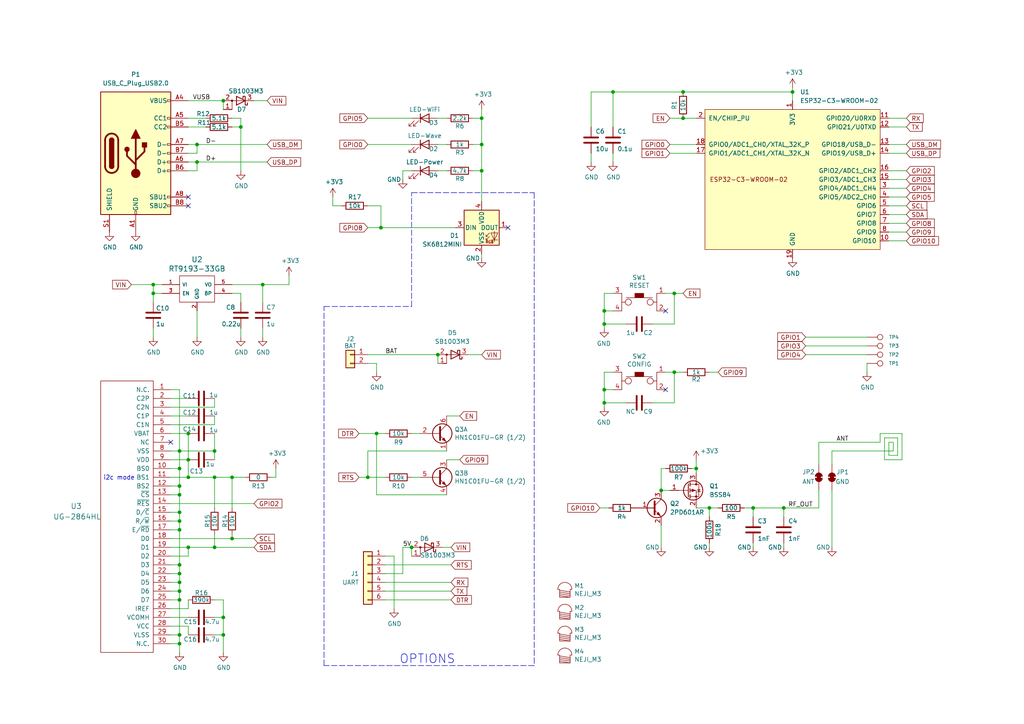
<source format=kicad_sch>
(kicad_sch (version 20231120) (generator "eeschema") (generator_version "8.0")
  (paper "A4")
  (title_block (title "JJY Simulator") (date "2025-08-03") (rev "AB") (company "しゃちらぼ"))
  (lib_symbols
    (symbol "Connector:USB_C_Receptacle_USB2.0_16P" (pin_names (offset 1.016))
      (property "Reference" "J" (at 0 22.225 0))
      (property "Value" "USB_C_Receptacle_USB2.0_16P" (at 0 19.685 0))
      (symbol "USB_C_Receptacle_USB2.0_16P_1_1"
        (pin passive line (at 0 -22.86 90) (length 5.08) (name "GND") (number "A1"))
        (pin passive line (at 0 -22.86 90) (length 5.08) hide (name "GND") (number "A12"))
        (pin passive line (at 15.24 15.24 180) (length 5.08) (name "VBUS") (number "A4"))
        (pin bidirectional line (at 15.24 10.16 180) (length 5.08) (name "CC1") (number "A5"))
        (pin bidirectional line (at 15.24 -2.54 180) (length 5.08) (name "D+") (number "A6"))
        (pin bidirectional line (at 15.24 2.54 180) (length 5.08) (name "D-") (number "A7"))
        (pin bidirectional line (at 15.24 -12.7 180) (length 5.08) (name "SBU1") (number "A8"))
        (pin passive line (at 15.24 15.24 180) (length 5.08) hide (name "VBUS") (number "A9"))
        (pin passive line (at 0 -22.86 90) (length 5.08) hide (name "GND") (number "B1"))
        (pin passive line (at 0 -22.86 90) (length 5.08) hide (name "GND") (number "B12"))
        (pin passive line (at 15.24 15.24 180) (length 5.08) hide (name "VBUS") (number "B4"))
        (pin bidirectional line (at 15.24 7.62 180) (length 5.08) (name "CC2") (number "B5"))
        (pin bidirectional line (at 15.24 -5.08 180) (length 5.08) (name "D+") (number "B6"))
        (pin bidirectional line (at 15.24 0 180) (length 5.08) (name "D-") (number "B7"))
        (pin bidirectional line (at 15.24 -15.24 180) (length 5.08) (name "SBU2") (number "B8"))
        (pin passive line (at 15.24 15.24 180) (length 5.08) hide (name "VBUS") (number "B9"))
        (pin passive line (at -7.62 -22.86 90) (length 5.08) (name "SHIELD") (number "S1"))
      )
    )
    (symbol "Connector_Generic:Conn_01x02" (pin_names (offset 1.016) hide)
      (property "Reference" "J" (at 0 2.54 0))
      (property "Value" "Conn_01x02" (at 0 -5.08 0))
      (symbol "Conn_01x02_1_1"
        (pin passive line (at -5.08 0 0) (length 3.81) (name "Pin_1") (number "1"))
        (pin passive line (at -5.08 -2.54 0) (length 3.81) (name "Pin_2") (number "2"))
      )
    )
    (symbol "Connector_Generic:Conn_01x06" (pin_names (offset 1.016) hide)
      (property "Reference" "J" (at 0 7.62 0))
      (property "Value" "Conn_01x06" (at 0 -10.16 0))
      (symbol "Conn_01x06_1_1"
        (pin passive line (at -5.08 5.08 0) (length 3.81) (name "Pin_1") (number "1"))
        (pin passive line (at -5.08 2.54 0) (length 3.81) (name "Pin_2") (number "2"))
        (pin passive line (at -5.08 0 0) (length 3.81) (name "Pin_3") (number "3"))
        (pin passive line (at -5.08 -2.54 0) (length 3.81) (name "Pin_4") (number "4"))
        (pin passive line (at -5.08 -5.08 0) (length 3.81) (name "Pin_5") (number "5"))
        (pin passive line (at -5.08 -7.62 0) (length 3.81) (name "Pin_6") (number "6"))
      )
    )
    (symbol "Device:C" (pin_numbers hide) (pin_names (offset 0.254))
      (property "Reference" "C" (at 0.635 2.54 0))
      (property "Value" "C" (at 0.635 -2.54 0))
      (symbol "C_1_1"
        (pin passive line (at 0 3.81 270) (length 2.794) (name "~") (number "1"))
        (pin passive line (at 0 -3.81 90) (length 2.794) (name "~") (number "2"))
      )
    )
    (symbol "Device:D_Schottky_AAK" (pin_names (offset 0) hide)
      (property "Reference" "D" (at 0 2.54 0))
      (property "Value" "D_Schottky_AAK" (at 0 -2.54 0))
      (symbol "D_Schottky_AAK_1_1"
        (pin passive line (at 5.08 2.54 180) (length 2.54) (name "A") (number "1"))
        (pin passive line (at 5.08 0 180) (length 2.54) (name "A") (number "2"))
        (pin passive line (at -3.81 0 0) (length 2.54) (name "K") (number "3"))
      )
    )
    (symbol "Device:LED" (pin_numbers hide) (pin_names (offset 1.016) hide)
      (property "Reference" "D" (at 0 2.54 0))
      (property "Value" "LED" (at 0 -2.54 0))
      (symbol "LED_1_1"
        (pin passive line (at -3.81 0 0) (length 2.54) (name "K") (number "1"))
        (pin passive line (at 3.81 0 180) (length 2.54) (name "A") (number "2"))
      )
    )
    (symbol "Device:Q_NPN_BEC" (pin_names (offset 0) hide)
      (property "Reference" "Q" (at 5.08 1.27 0))
      (property "Value" "Q_NPN_BEC" (at 5.08 -1.27 0))
      (symbol "Q_NPN_BEC_1_1"
        (pin input line (at -5.08 0 0) (length 5.715) (name "B") (number "1"))
        (pin passive line (at 2.54 -5.08 90) (length 2.54) (name "E") (number "2"))
        (pin passive line (at 2.54 5.08 270) (length 2.54) (name "C") (number "3"))
      )
    )
    (symbol "Device:R" (pin_numbers hide) (pin_names (offset 0))
      (property "Reference" "R" (at 2.032 0 90))
      (property "Value" "R" (at 0 0 90))
      (symbol "R_1_1"
        (pin passive line (at 0 3.81 270) (length 1.27) (name "~") (number "1"))
        (pin passive line (at 0 -3.81 90) (length 1.27) (name "~") (number "2"))
      )
    )
    (symbol "Espressif:ESP32-C3-WROOM-02" (pin_names (offset 1.016))
      (property "Reference" "U" (at -25.4 25.4 0))
      (property "Value" "ESP32-C3-WROOM-02" (at -25.4 22.86 0))
      (symbol "ESP32-C3-WROOM-02_0_0"
        (text "ESP32-C3-WROOM-02" (at -12.7 0 0) (effects (font (size 1.27 1.27))))
      )
      (symbol "ESP32-C3-WROOM-02_1_1"
        (pin power_in line (at 0 22.86 270) (length 2.54) (name "3V3") (number "1"))
        (pin bidirectional line (at 27.94 -17.78 180) (length 2.54) (name "GPIO10") (number "10"))
        (pin bidirectional line (at 27.94 17.78 180) (length 2.54) (name "GPIO20/U0RXD") (number "11"))
        (pin bidirectional line (at 27.94 15.24 180) (length 2.54) (name "GPIO21/U0TXD") (number "12"))
        (pin bidirectional line (at 27.94 10.16 180) (length 2.54) (name "GPIO18/USB_D-") (number "13"))
        (pin bidirectional line (at 27.94 7.62 180) (length 2.54) (name "GPIO19/USB_D+") (number "14"))
        (pin bidirectional line (at 27.94 0 180) (length 2.54) (name "GPIO3/ADC1_CH3") (number "15"))
        (pin bidirectional line (at 27.94 2.54 180) (length 2.54) (name "GPIO2/ADC1_CH2") (number "16"))
        (pin bidirectional line (at -27.94 7.62 0) (length 2.54) (name "GPIO1/ADC1_CH1/XTAL_32K_N") (number "17"))
        (pin bidirectional line (at -27.94 10.16 0) (length 2.54) (name "GPIO0/ADC1_CH0/XTAL_32K_P") (number "18"))
        (pin power_in line (at 0 -22.86 90) (length 2.54) (name "GND") (number "19"))
        (pin input line (at -27.94 17.78 0) (length 2.54) (name "EN/CHIP_PU") (number "2"))
        (pin bidirectional line (at 27.94 -2.54 180) (length 2.54) (name "GPIO4/ADC1_CH4") (number "3"))
        (pin bidirectional line (at 27.94 -5.08 180) (length 2.54) (name "GPIO5/ADC2_CH0") (number "4"))
        (pin bidirectional line (at 27.94 -7.62 180) (length 2.54) (name "GPIO6") (number "5"))
        (pin bidirectional line (at 27.94 -10.16 180) (length 2.54) (name "GPIO7") (number "6"))
        (pin bidirectional line (at 27.94 -12.7 180) (length 2.54) (name "GPIO8") (number "7"))
        (pin bidirectional line (at 27.94 -15.24 180) (length 2.54) (name "GPIO9") (number "8"))
        (pin passive line (at 0 -22.86 90) (length 2.54) hide (name "GND") (number "9"))
      )
    )
    (symbol "Jumper:SolderJumper_2_Bridged" (pin_numbers hide) (pin_names (offset 0) hide) (exclude_from_sim yes) (in_bom no)
      (property "Reference" "JP" (at 0 2.032 0))
      (property "Value" "SolderJumper_2_Bridged" (at 0 -2.54 0))
      (symbol "SolderJumper_2_Bridged_1_1"
        (pin passive line (at -3.81 0 0) (length 2.54) (name "A") (number "1"))
        (pin passive line (at 3.81 0 180) (length 2.54) (name "B") (number "2"))
      )
    )
    (symbol "LED:SK6812MINI" (pin_names (offset 0.254))
      (property "Reference" "D" (at 5.08 5.715 0))
      (property "Value" "SK6812MINI" (at 1.27 -5.715 0))
      (symbol "SK6812MINI_0_0"
        (text "RGB" (at 2.286 -4.191 0) (effects (font (size 0.762 0.762))))
      )
      (symbol "SK6812MINI_1_1"
        (pin output line (at 7.62 0 180) (length 2.54) (name "DOUT") (number "1"))
        (pin power_in line (at 0 -7.62 90) (length 2.54) (name "VSS") (number "2"))
        (pin input line (at -7.62 0 0) (length 2.54) (name "DIN") (number "3"))
        (pin power_in line (at 0 7.62 270) (length 2.54) (name "VDD") (number "4"))
      )
    )
    (symbol "MY_LIB:NEJI_M3" (pin_numbers hide) (pin_names (offset 0) hide)
      (property "Reference" "M" (at 0.254 -3.048 0))
      (property "Value" "NEJI_M3" (at 0.254 -5.08 0))
    )
    (symbol "MY_LIB:RT9193-33GB" (pin_names (offset 0.762))
      (property "Reference" "U" (at 3.81 -4.9784 0))
      (property "Value" "RT9193-33GB" (at 0 5.08 0))
      (symbol "RT9193-33GB_1_1"
        (pin input line (at -10.16 1.27 0) (length 5.08) (name "VI") (number "1"))
        (pin input line (at 0 -6.35 90) (length 2.54) (name "GND") (number "2"))
        (pin input line (at -10.16 -1.27 0) (length 5.08) (name "EN") (number "3"))
        (pin passive line (at 10.16 -1.27 180) (length 5.08) (name "BP") (number "4"))
        (pin power_out line (at 10.16 1.27 180) (length 5.08) (name "VO") (number "5"))
      )
    )
    (symbol "MY_LIB:SW_PUSH2" (pin_names (offset 1.016) hide)
      (property "Reference" "SW" (at 0.381 3.683 0))
      (property "Value" "SW_PUSH2" (at 0 -2.032 0))
      (symbol "SW_PUSH2_1_1"
        (pin passive line (at -7.62 2.54 0) (length 2.54) (name "1") (number "1"))
        (pin passive line (at -7.62 -2.54 0) (length 2.54) (name "2") (number "2"))
        (pin passive line (at 7.62 2.54 180) (length 2.54) (name "3") (number "3"))
        (pin passive line (at 7.62 -2.54 180) (length 2.54) (name "4") (number "4"))
      )
    )
    (symbol "MY_LIB:TP" (pin_numbers hide) (pin_names (offset 0.762) hide)
      (property "Reference" "TP" (at 2.032 0 0))
      (symbol "TP_1_1"
        (pin passive line (at -3.81 0 0) (length 2.54) (name "1") (number "1"))
      )
    )
    (symbol "MY_LIB:UG-286HL" (pin_names (offset 1.016))
      (property "Reference" "U" (at -2.54 -13.97 0))
      (property "Value" "UG-286HL" (at -2.54 0 90))
      (symbol "UG-286HL_1_1"
        (pin passive line (at 12.7 36.83 180) (length 5.08) (name "N.C.") (number "1"))
        (pin passive line (at 12.7 13.97 180) (length 5.08) (name "BS0") (number "10"))
        (pin passive line (at 12.7 11.43 180) (length 5.08) (name "BS1") (number "11"))
        (pin passive line (at 12.7 8.89 180) (length 5.08) (name "BS2") (number "12"))
        (pin passive line (at 12.7 6.35 180) (length 5.08) (name "~{CS}") (number "13"))
        (pin passive line (at 12.7 3.81 180) (length 5.08) (name "~{RES}") (number "14"))
        (pin passive line (at 12.7 1.27 180) (length 5.08) (name "D/~{C}") (number "15"))
        (pin passive line (at 12.7 -1.27 180) (length 5.08) (name "R/~{W}") (number "16"))
        (pin passive line (at 12.7 -3.81 180) (length 5.08) (name "E/~{RD}") (number "17"))
        (pin passive line (at 12.7 -6.35 180) (length 5.08) (name "D0") (number "18"))
        (pin passive line (at 12.7 -8.89 180) (length 5.08) (name "D1") (number "19"))
        (pin passive line (at 12.7 34.29 180) (length 5.08) (name "C2P") (number "2"))
        (pin passive line (at 12.7 -11.43 180) (length 5.08) (name "D2") (number "20"))
        (pin passive line (at 12.7 -13.97 180) (length 5.08) (name "D3") (number "21"))
        (pin passive line (at 12.7 -16.51 180) (length 5.08) (name "D4") (number "22"))
        (pin passive line (at 12.7 -19.05 180) (length 5.08) (name "D5") (number "23"))
        (pin passive line (at 12.7 -21.59 180) (length 5.08) (name "D6") (number "24"))
        (pin passive line (at 12.7 -24.13 180) (length 5.08) (name "D7") (number "25"))
        (pin passive line (at 12.7 -26.67 180) (length 5.08) (name "IREF") (number "26"))
        (pin passive line (at 12.7 -29.21 180) (length 5.08) (name "VCOMH") (number "27"))
        (pin passive line (at 12.7 -31.75 180) (length 5.08) (name "VCC") (number "28"))
        (pin passive line (at 12.7 -34.29 180) (length 5.08) (name "VLSS") (number "29"))
        (pin passive line (at 12.7 31.75 180) (length 5.08) (name "C2N") (number "3"))
        (pin passive line (at 12.7 -36.83 180) (length 5.08) (name "N.C.") (number "30"))
        (pin passive line (at 12.7 29.21 180) (length 5.08) (name "C1P") (number "4"))
        (pin passive line (at 12.7 26.67 180) (length 5.08) (name "C1N") (number "5"))
        (pin passive line (at 12.7 24.13 180) (length 5.08) (name "VBAT") (number "6"))
        (pin passive line (at 12.7 21.59 180) (length 5.08) (name "NC") (number "7"))
        (pin passive line (at 12.7 19.05 180) (length 5.08) (name "VSS") (number "8"))
        (pin passive line (at 12.7 16.51 180) (length 5.08) (name "VDD") (number "9"))
      )
    )
    (symbol "Transistor_FET:BSS84" (pin_names hide)
      (property "Reference" "Q" (at 5.08 1.905 0))
      (property "Value" "BSS84" (at 5.08 0 0))
      (symbol "BSS84_1_1"
        (pin input line (at -5.08 0 0) (length 2.54) (name "G") (number "1"))
        (pin passive line (at 2.54 -5.08 90) (length 2.54) (name "S") (number "2"))
        (pin passive line (at 2.54 5.08 270) (length 2.54) (name "D") (number "3"))
      )
    )
    (symbol "esp32_JJY_sim-rescue:+3.3V-power" (power) (pin_names (offset 0))
      (property "Value" "power_+3.3V" (at 0 3.556 0))
      (symbol "+3.3V-power_1_1"
        (pin power_in line (at 0 0 90) (length 0) hide (name "+3V3") (number "1"))
      )
    )
    (symbol "esp32_JJY_sim-rescue:GND-power" (power) (pin_names (offset 0))
      (property "Value" "power_GND" (at 0 -3.81 0))
      (symbol "GND-power_1_1"
        (pin power_in line (at 0 0 270) (length 0) hide (name "GND") (number "1"))
      )
    )
    (symbol "esp32_JJY_sim-rescue:Q_DUAL_NPN_NPN_E1B1C2E2B2C1-Device" (pin_names (offset 0) hide)
      (property "Reference" "Q" (at 5.08 1.27 0))
      (property "Value" "Device_Q_DUAL_NPN_NPN_E1B1C2E2B2C1" (at 5.08 -1.27 0))
      (symbol "Q_DUAL_NPN_NPN_E1B1C2E2B2C1-Device_1_1"
        (pin passive line (at 2.54 -5.08 90) (length 2.54) (name "E1") (number "1"))
        (pin input line (at -5.08 0 0) (length 2.54) (name "B1") (number "2"))
        (pin passive line (at 2.54 5.08 270) (length 2.54) (name "C1") (number "6"))
      )
      (symbol "Q_DUAL_NPN_NPN_E1B1C2E2B2C1-Device_2_1"
        (pin passive line (at 2.54 5.08 270) (length 2.54) (name "C2") (number "3"))
        (pin passive line (at 2.54 -5.08 90) (length 2.54) (name "E2") (number "4"))
        (pin input line (at -5.08 0 0) (length 2.54) (name "B2") (number "5"))
      )
    )
  )
  (junction (at 177.8 26.67))
  (junction (at 57.15 46.99))
  (junction (at 139.7 49.53))
  (junction (at 52.07 166.37))
  (junction (at 201.93 135.89))
  (junction (at 175.26 93.98))
  (junction (at 52.07 186.69))
  (junction (at 52.07 130.81))
  (junction (at 54.61 133.35))
  (junction (at 67.31 138.43))
  (junction (at 64.77 29.21))
  (junction (at 227.33 147.32))
  (junction (at 52.07 153.67))
  (junction (at 52.07 163.83))
  (junction (at 52.07 173.99))
  (junction (at 175.26 116.84))
  (junction (at 205.74 147.32))
  (junction (at 195.58 85.09))
  (junction (at 62.23 138.43))
  (junction (at 218.44 147.32))
  (junction (at 64.77 179.07))
  (junction (at 198.12 34.29))
  (junction (at 191.77 142.24))
  (junction (at 52.07 171.45))
  (junction (at 54.61 138.43))
  (junction (at 76.2 82.55))
  (junction (at 54.61 125.73))
  (junction (at 44.45 82.55))
  (junction (at 139.7 41.91))
  (junction (at 139.7 34.29))
  (junction (at 52.07 148.59))
  (junction (at 52.07 151.13))
  (junction (at 109.22 125.73))
  (junction (at 54.61 158.75))
  (junction (at 198.12 26.67))
  (junction (at 44.45 85.09))
  (junction (at 229.87 26.67))
  (junction (at 52.07 168.91))
  (junction (at 52.07 143.51))
  (junction (at 52.07 140.97))
  (junction (at 57.15 41.91))
  (junction (at 62.23 130.81))
  (junction (at 52.07 135.89))
  (junction (at 67.31 156.21))
  (junction (at 127 102.87))
  (junction (at 119.38 158.75))
  (junction (at 106.68 138.43))
  (junction (at 52.07 184.15))
  (junction (at 195.58 107.95))
  (junction (at 64.77 184.15))
  (junction (at 175.26 90.17))
  (junction (at 175.26 113.03))
  (junction (at 110.49 66.04))
  (junction (at 69.85 36.83))
  (junction (at 62.23 158.75))
  (no_connect (at 193.04 113.03))
  (no_connect (at 147.32 66.04))
  (no_connect (at 54.61 59.69))
  (no_connect (at 49.53 128.27))
  (no_connect (at 54.61 57.15))
  (no_connect (at 193.04 90.17))
  (wire (pts (xy 177.8 26.67) (xy 171.45 26.67)))
  (wire (pts (xy 83.82 80.01) (xy 83.82 82.55)))
  (wire (pts (xy 67.31 138.43) (xy 67.31 147.32)))
  (wire (pts (xy 96.52 59.69) (xy 96.52 57.15)))
  (wire (pts (xy 260.35 132.08) (xy 257.81 132.08)))
  (wire (pts (xy 261.62 133.35) (xy 256.54 133.35)))
  (wire (pts (xy 237.49 142.24) (xy 237.49 147.32)))
  (wire (pts (xy 194.31 34.29) (xy 198.12 34.29)))
  (wire (pts (xy 215.9 147.32) (xy 218.44 147.32)))
  (wire (pts (xy 49.53 161.29) (xy 54.61 161.29)))
  (wire (pts (xy 227.33 157.48) (xy 227.33 158.75)))
  (wire (pts (xy 177.8 113.03) (xy 175.26 113.03)))
  (wire (pts (xy 137.16 34.29) (xy 139.7 34.29)))
  (wire (pts (xy 62.23 138.43) (xy 62.23 147.32)))
  (wire (pts (xy 49.53 133.35) (xy 54.61 133.35)))
  (wire (pts (xy 54.61 181.61) (xy 54.61 184.15)))
  (wire (pts (xy 251.46 105.41) (xy 251.46 107.95)))
  (wire (pts (xy 49.53 184.15) (xy 52.07 184.15)))
  (wire (pts (xy 54.61 138.43) (xy 62.23 138.43)))
  (wire (pts (xy 52.07 135.89) (xy 52.07 130.81)))
  (wire (pts (xy 57.15 46.99) (xy 77.47 46.99)))
  (wire (pts (xy 106.68 102.87) (xy 127 102.87)))
  (wire (pts (xy 78.74 138.43) (xy 80.01 138.43)))
  (wire (pts (xy 261.62 125.73) (xy 255.27 125.73)))
  (polyline (pts (xy 93.98 193.04) (xy 93.98 88.9)) (stroke (width 0) (type dash)))
  (wire (pts (xy 181.61 93.98) (xy 175.26 93.98)))
  (wire (pts (xy 237.49 128.27) (xy 237.49 134.62)))
  (wire (pts (xy 49.53 173.99) (xy 52.07 173.99)))
  (wire (pts (xy 257.81 52.07) (xy 262.89 52.07)))
  (wire (pts (xy 52.07 148.59) (xy 52.07 143.51)))
  (wire (pts (xy 193.04 85.09) (xy 195.58 85.09)))
  (wire (pts (xy 205.74 157.48) (xy 205.74 158.75)))
  (wire (pts (xy 99.06 59.69) (xy 96.52 59.69)))
  (wire (pts (xy 62.23 120.65) (xy 62.23 123.19)))
  (wire (pts (xy 62.23 179.07) (xy 64.77 179.07)))
  (wire (pts (xy 171.45 44.45) (xy 171.45 46.99)))
  (wire (pts (xy 237.49 128.27) (xy 255.27 128.27)))
  (wire (pts (xy 191.77 142.24) (xy 194.31 142.24)))
  (wire (pts (xy 189.23 116.84) (xy 195.58 116.84)))
  (wire (pts (xy 227.33 147.32) (xy 227.33 149.86)))
  (wire (pts (xy 218.44 147.32) (xy 218.44 149.86)))
  (wire (pts (xy 54.61 41.91) (xy 57.15 41.91)))
  (wire (pts (xy 69.85 95.25) (xy 69.85 97.79)))
  (wire (pts (xy 49.53 140.97) (xy 52.07 140.97)))
  (wire (pts (xy 229.87 25.4) (xy 229.87 26.67)))
  (wire (pts (xy 233.68 102.87) (xy 251.46 102.87)))
  (wire (pts (xy 193.04 135.89) (xy 191.77 135.89)))
  (wire (pts (xy 104.14 125.73) (xy 109.22 125.73)))
  (wire (pts (xy 257.81 69.85) (xy 262.89 69.85)))
  (wire (pts (xy 67.31 36.83) (xy 69.85 36.83)))
  (wire (pts (xy 135.89 102.87) (xy 139.7 102.87)))
  (wire (pts (xy 116.84 158.75) (xy 119.38 158.75)))
  (wire (pts (xy 127 49.53) (xy 129.54 49.53)))
  (wire (pts (xy 195.58 107.95) (xy 198.12 107.95)))
  (wire (pts (xy 114.3 161.29) (xy 114.3 176.53)))
  (wire (pts (xy 198.12 26.67) (xy 229.87 26.67)))
  (wire (pts (xy 259.08 128.27) (xy 259.08 130.81)))
  (wire (pts (xy 201.93 133.35) (xy 201.93 135.89)))
  (wire (pts (xy 201.93 147.32) (xy 205.74 147.32)))
  (polyline (pts (xy 93.98 88.9) (xy 119.38 88.9)) (stroke (width 0) (type dash)))
  (wire (pts (xy 44.45 87.63) (xy 44.45 85.09)))
  (wire (pts (xy 201.93 135.89) (xy 201.93 137.16)))
  (wire (pts (xy 76.2 95.25) (xy 76.2 97.79)))
  (wire (pts (xy 64.77 184.15) (xy 64.77 189.23)))
  (wire (pts (xy 62.23 138.43) (xy 67.31 138.43)))
  (wire (pts (xy 49.53 171.45) (xy 52.07 171.45)))
  (wire (pts (xy 111.76 168.91) (xy 130.81 168.91)))
  (wire (pts (xy 54.61 125.73) (xy 54.61 133.35)))
  (wire (pts (xy 106.68 105.41) (xy 109.22 105.41)))
  (wire (pts (xy 201.93 41.91) (xy 194.31 41.91)))
  (wire (pts (xy 255.27 128.27) (xy 255.27 125.73)))
  (wire (pts (xy 49.53 115.57) (xy 54.61 115.57)))
  (wire (pts (xy 49.53 181.61) (xy 54.61 181.61)))
  (wire (pts (xy 257.81 64.77) (xy 262.89 64.77)))
  (wire (pts (xy 257.81 57.15) (xy 262.89 57.15)))
  (wire (pts (xy 257.81 54.61) (xy 262.89 54.61)))
  (wire (pts (xy 38.1 82.55) (xy 44.45 82.55)))
  (wire (pts (xy 198.12 34.29) (xy 201.93 34.29)))
  (polyline (pts (xy 154.94 193.04) (xy 93.98 193.04)) (stroke (width 0) (type dash)))
  (wire (pts (xy 262.89 67.31) (xy 257.81 67.31)))
  (wire (pts (xy 110.49 66.04) (xy 132.08 66.04)))
  (wire (pts (xy 57.15 49.53) (xy 57.15 46.99)))
  (wire (pts (xy 52.07 130.81) (xy 62.23 130.81)))
  (wire (pts (xy 62.23 115.57) (xy 62.23 118.11)))
  (wire (pts (xy 49.53 151.13) (xy 52.07 151.13)))
  (wire (pts (xy 54.61 133.35) (xy 54.61 138.43)))
  (wire (pts (xy 257.81 41.91) (xy 262.89 41.91)))
  (wire (pts (xy 194.31 44.45) (xy 201.93 44.45)))
  (wire (pts (xy 52.07 186.69) (xy 52.07 189.23)))
  (wire (pts (xy 261.62 125.73) (xy 261.62 133.35)))
  (wire (pts (xy 241.3 130.81) (xy 241.3 134.62)))
  (wire (pts (xy 177.8 26.67) (xy 177.8 36.83)))
  (wire (pts (xy 62.23 125.73) (xy 62.23 130.81)))
  (wire (pts (xy 233.68 97.79) (xy 251.46 97.79)))
  (wire (pts (xy 52.07 171.45) (xy 52.07 168.91)))
  (wire (pts (xy 49.53 135.89) (xy 52.07 135.89)))
  (wire (pts (xy 67.31 34.29) (xy 69.85 34.29)))
  (wire (pts (xy 49.53 168.91) (xy 52.07 168.91)))
  (wire (pts (xy 54.61 44.45) (xy 57.15 44.45)))
  (wire (pts (xy 139.7 31.75) (xy 139.7 34.29)))
  (wire (pts (xy 177.8 85.09) (xy 175.26 85.09)))
  (wire (pts (xy 257.81 59.69) (xy 262.89 59.69)))
  (wire (pts (xy 256.54 127) (xy 260.35 127)))
  (wire (pts (xy 80.01 135.89) (xy 80.01 138.43)))
  (wire (pts (xy 54.61 34.29) (xy 59.69 34.29)))
  (wire (pts (xy 139.7 73.66) (xy 139.7 74.93)))
  (wire (pts (xy 241.3 130.81) (xy 259.08 130.81)))
  (wire (pts (xy 69.85 34.29) (xy 69.85 36.83)))
  (wire (pts (xy 49.53 163.83) (xy 52.07 163.83)))
  (wire (pts (xy 116.84 49.53) (xy 116.84 52.07)))
  (wire (pts (xy 111.76 173.99) (xy 130.81 173.99)))
  (wire (pts (xy 121.92 138.43) (xy 119.38 138.43)))
  (wire (pts (xy 54.61 176.53) (xy 49.53 176.53)))
  (wire (pts (xy 54.61 161.29) (xy 54.61 158.75)))
  (wire (pts (xy 257.81 36.83) (xy 262.89 36.83)))
  (wire (pts (xy 52.07 130.81) (xy 52.07 113.03)))
  (wire (pts (xy 137.16 49.53) (xy 139.7 49.53)))
  (wire (pts (xy 49.53 186.69) (xy 52.07 186.69)))
  (wire (pts (xy 49.53 156.21) (xy 67.31 156.21)))
  (wire (pts (xy 129.54 120.65) (xy 133.35 120.65)))
  (wire (pts (xy 64.77 173.99) (xy 64.77 179.07)))
  (wire (pts (xy 54.61 36.83) (xy 59.69 36.83)))
  (wire (pts (xy 257.81 132.08) (xy 257.81 128.27)))
  (wire (pts (xy 175.26 116.84) (xy 175.26 118.11)))
  (wire (pts (xy 49.53 153.67) (xy 52.07 153.67)))
  (wire (pts (xy 127 102.87) (xy 127 105.41)))
  (wire (pts (xy 67.31 85.09) (xy 69.85 85.09)))
  (wire (pts (xy 218.44 157.48) (xy 218.44 158.75)))
  (wire (pts (xy 106.68 34.29) (xy 119.38 34.29)))
  (wire (pts (xy 205.74 147.32) (xy 208.28 147.32)))
  (wire (pts (xy 106.68 59.69) (xy 110.49 59.69)))
  (wire (pts (xy 57.15 44.45) (xy 57.15 41.91)))
  (wire (pts (xy 195.58 85.09) (xy 195.58 93.98)))
  (wire (pts (xy 128.27 158.75) (xy 130.81 158.75)))
  (wire (pts (xy 257.81 44.45) (xy 262.89 44.45)))
  (wire (pts (xy 69.85 85.09) (xy 69.85 87.63)))
  (wire (pts (xy 195.58 85.09) (xy 198.12 85.09)))
  (wire (pts (xy 137.16 41.91) (xy 139.7 41.91)))
  (wire (pts (xy 175.26 107.95) (xy 175.26 113.03)))
  (wire (pts (xy 54.61 49.53) (xy 57.15 49.53)))
  (wire (pts (xy 52.07 168.91) (xy 52.07 166.37)))
  (wire (pts (xy 52.07 143.51) (xy 52.07 140.97)))
  (wire (pts (xy 62.23 158.75) (xy 73.66 158.75)))
  (wire (pts (xy 195.58 107.95) (xy 195.58 116.84)))
  (wire (pts (xy 111.76 171.45) (xy 130.81 171.45)))
  (wire (pts (xy 175.26 93.98) (xy 175.26 95.25)))
  (wire (pts (xy 57.15 90.17) (xy 57.15 97.79)))
  (wire (pts (xy 171.45 26.67) (xy 171.45 36.83)))
  (wire (pts (xy 44.45 95.25) (xy 44.45 97.79)))
  (wire (pts (xy 218.44 147.32) (xy 227.33 147.32)))
  (wire (pts (xy 52.07 184.15) (xy 52.07 173.99)))
  (polyline (pts (xy 119.38 88.9) (xy 119.38 55.88)) (stroke (width 0) (type dash)))
  (wire (pts (xy 67.31 138.43) (xy 71.12 138.43)))
  (wire (pts (xy 49.53 148.59) (xy 52.07 148.59)))
  (wire (pts (xy 76.2 82.55) (xy 83.82 82.55)))
  (polyline (pts (xy 119.38 55.88) (xy 154.94 55.88)) (stroke (width 0) (type dash)))
  (wire (pts (xy 257.81 62.23) (xy 262.89 62.23)))
  (wire (pts (xy 52.07 173.99) (xy 52.07 171.45)))
  (wire (pts (xy 227.33 147.32) (xy 237.49 147.32)))
  (wire (pts (xy 106.68 130.81) (xy 129.54 130.81)))
  (wire (pts (xy 54.61 46.99) (xy 57.15 46.99)))
  (wire (pts (xy 109.22 125.73) (xy 111.76 125.73)))
  (wire (pts (xy 175.26 90.17) (xy 175.26 93.98)))
  (wire (pts (xy 191.77 135.89) (xy 191.77 142.24)))
  (wire (pts (xy 177.8 44.45) (xy 177.8 46.99)))
  (wire (pts (xy 119.38 158.75) (xy 119.38 161.29)))
  (wire (pts (xy 62.23 130.81) (xy 62.23 133.35)))
  (wire (pts (xy 257.81 49.53) (xy 262.89 49.53)))
  (wire (pts (xy 129.54 34.29) (xy 127 34.29)))
  (wire (pts (xy 49.53 146.05) (xy 73.66 146.05)))
  (wire (pts (xy 116.84 158.75) (xy 116.84 166.37)))
  (wire (pts (xy 54.61 29.21) (xy 64.77 29.21)))
  (wire (pts (xy 52.07 166.37) (xy 52.07 163.83)))
  (wire (pts (xy 52.07 163.83) (xy 52.07 153.67)))
  (wire (pts (xy 139.7 41.91) (xy 139.7 49.53)))
  (wire (pts (xy 52.07 140.97) (xy 52.07 135.89)))
  (wire (pts (xy 49.53 143.51) (xy 52.07 143.51)))
  (wire (pts (xy 139.7 34.29) (xy 139.7 41.91)))
  (wire (pts (xy 73.66 29.21) (xy 77.47 29.21)))
  (wire (pts (xy 64.77 29.21) (xy 64.77 31.75)))
  (wire (pts (xy 49.53 120.65) (xy 54.61 120.65)))
  (wire (pts (xy 177.8 107.95) (xy 175.26 107.95)))
  (wire (pts (xy 67.31 82.55) (xy 76.2 82.55)))
  (wire (pts (xy 233.68 100.33) (xy 251.46 100.33)))
  (wire (pts (xy 139.7 49.53) (xy 139.7 58.42)))
  (wire (pts (xy 241.3 142.24) (xy 241.3 158.75)))
  (wire (pts (xy 257.81 128.27) (xy 259.08 128.27)))
  (wire (pts (xy 62.23 118.11) (xy 49.53 118.11)))
  (wire (pts (xy 52.07 153.67) (xy 52.07 151.13)))
  (wire (pts (xy 129.54 133.35) (xy 133.35 133.35)))
  (wire (pts (xy 62.23 184.15) (xy 64.77 184.15)))
  (wire (pts (xy 106.68 138.43) (xy 111.76 138.43)))
  (wire (pts (xy 109.22 143.51) (xy 109.22 125.73)))
  (wire (pts (xy 177.8 90.17) (xy 175.26 90.17)))
  (wire (pts (xy 52.07 186.69) (xy 52.07 184.15)))
  (wire (pts (xy 109.22 105.41) (xy 109.22 107.95)))
  (polyline (pts (xy 154.94 55.88) (xy 154.94 193.04)) (stroke (width 0) (type dash)))
  (wire (pts (xy 191.77 152.4) (xy 191.77 158.75)))
  (wire (pts (xy 67.31 154.94) (xy 67.31 156.21)))
  (wire (pts (xy 181.61 116.84) (xy 175.26 116.84)))
  (wire (pts (xy 49.53 125.73) (xy 54.61 125.73)))
  (wire (pts (xy 175.26 113.03) (xy 175.26 116.84)))
  (wire (pts (xy 205.74 107.95) (xy 208.28 107.95)))
  (wire (pts (xy 64.77 179.07) (xy 64.77 184.15)))
  (wire (pts (xy 260.35 127) (xy 260.35 132.08)))
  (wire (pts (xy 44.45 82.55) (xy 44.45 85.09)))
  (wire (pts (xy 109.22 143.51) (xy 129.54 143.51)))
  (wire (pts (xy 54.61 173.99) (xy 54.61 176.53)))
  (wire (pts (xy 49.53 138.43) (xy 54.61 138.43)))
  (wire (pts (xy 229.87 26.67) (xy 229.87 29.21)))
  (wire (pts (xy 200.66 135.89) (xy 201.93 135.89)))
  (wire (pts (xy 173.99 147.32) (xy 176.53 147.32)))
  (wire (pts (xy 111.76 161.29) (xy 114.3 161.29)))
  (wire (pts (xy 257.81 34.29) (xy 262.89 34.29)))
  (wire (pts (xy 54.61 158.75) (xy 62.23 158.75)))
  (wire (pts (xy 62.23 154.94) (xy 62.23 158.75)))
  (wire (pts (xy 129.54 41.91) (xy 127 41.91)))
  (wire (pts (xy 52.07 151.13) (xy 52.07 148.59)))
  (wire (pts (xy 177.8 26.67) (xy 198.12 26.67)))
  (wire (pts (xy 119.38 49.53) (xy 116.84 49.53)))
  (wire (pts (xy 49.53 179.07) (xy 54.61 179.07)))
  (wire (pts (xy 76.2 87.63) (xy 76.2 82.55)))
  (wire (pts (xy 119.38 125.73) (xy 121.92 125.73)))
  (wire (pts (xy 116.84 166.37) (xy 111.76 166.37)))
  (wire (pts (xy 62.23 173.99) (xy 64.77 173.99)))
  (wire (pts (xy 110.49 59.69) (xy 110.49 66.04)))
  (wire (pts (xy 256.54 133.35) (xy 256.54 127)))
  (wire (pts (xy 106.68 138.43) (xy 106.68 130.81)))
  (wire (pts (xy 67.31 156.21) (xy 73.66 156.21)))
  (wire (pts (xy 49.53 158.75) (xy 54.61 158.75)))
  (wire (pts (xy 189.23 93.98) (xy 195.58 93.98)))
  (wire (pts (xy 52.07 113.03) (xy 49.53 113.03)))
  (wire (pts (xy 57.15 41.91) (xy 77.47 41.91)))
  (wire (pts (xy 106.68 41.91) (xy 119.38 41.91)))
  (wire (pts (xy 44.45 82.55) (xy 46.99 82.55)))
  (wire (pts (xy 62.23 123.19) (xy 49.53 123.19)))
  (wire (pts (xy 106.68 66.04) (xy 110.49 66.04)))
  (wire (pts (xy 205.74 147.32) (xy 205.74 149.86)))
  (wire (pts (xy 49.53 130.81) (xy 52.07 130.81)))
  (wire (pts (xy 111.76 163.83) (xy 130.81 163.83)))
  (wire (pts (xy 104.14 138.43) (xy 106.68 138.43)))
  (wire (pts (xy 46.99 85.09) (xy 44.45 85.09)))
  (wire (pts (xy 69.85 36.83) (xy 69.85 49.53)))
  (wire (pts (xy 193.04 107.95) (xy 195.58 107.95)))
  (wire (pts (xy 175.26 85.09) (xy 175.26 90.17)))
  (wire (pts (xy 49.53 166.37) (xy 52.07 166.37)))
  (text "OPTIONS" (at 123.952 191.262 0) (effects (font (size 2.54 2.54))))
  (text "i2c mode" (at 34.544 138.684 0) (effects (font (size 1.27 1.27))))
  (label "D-" (at 59.69 41.91 0))
  (label "D+" (at 59.69 46.99 0))
  (label "ANT" (at 242.57 128.27 0))
  (label "5V" (at 116.84 158.75 0))
  (label "BAT" (at 111.76 102.87 0))
  (label "RF_OUT" (at 228.6 147.32 0))
  (label "VUSB" (at 55.88 29.21 0))
  (global_label "DTR" (shape input) (at 104.14 125.73 180) (property "Intersheetrefs" "${INTERSHEET_REFS}" (effects (hide yes))))
  (global_label "GPIO0" (shape input) (at 194.31 41.91 180) (property "Intersheetrefs" "${INTERSHEET_REFS}" (effects (hide yes))))
  (global_label "EN" (shape input) (at 194.31 34.29 180) (property "Intersheetrefs" "${INTERSHEET_REFS}" (effects (hide yes))))
  (global_label "DTR" (shape input) (at 130.81 173.99 0) (property "Intersheetrefs" "${INTERSHEET_REFS}" (effects (hide yes))))
  (global_label "GPIO1" (shape input) (at 194.31 44.45 180) (property "Intersheetrefs" "${INTERSHEET_REFS}" (effects (hide yes))))
  (global_label "GPIO3" (shape input) (at 262.89 52.07 0) (property "Intersheetrefs" "${INTERSHEET_REFS}" (effects (hide yes))))
  (global_label "GPIO5" (shape input) (at 262.89 57.15 0) (property "Intersheetrefs" "${INTERSHEET_REFS}" (effects (hide yes))))
  (global_label "GPIO4" (shape input) (at 262.89 54.61 0) (property "Intersheetrefs" "${INTERSHEET_REFS}" (effects (hide yes))))
  (global_label "GPIO2" (shape input) (at 262.89 49.53 0) (property "Intersheetrefs" "${INTERSHEET_REFS}" (effects (hide yes))))
  (global_label "GPIO10" (shape input) (at 173.99 147.32 180) (property "Intersheetrefs" "${INTERSHEET_REFS}" (effects (hide yes))))
  (global_label "SDA" (shape input) (at 73.66 158.75 0) (property "Intersheetrefs" "${INTERSHEET_REFS}" (effects (hide yes))))
  (global_label "GPIO10" (shape input) (at 262.89 69.85 0) (property "Intersheetrefs" "${INTERSHEET_REFS}" (effects (hide yes))))
  (global_label "GPIO9" (shape input) (at 262.89 67.31 0) (property "Intersheetrefs" "${INTERSHEET_REFS}" (effects (hide yes))))
  (global_label "TX" (shape input) (at 130.81 171.45 0) (property "Intersheetrefs" "${INTERSHEET_REFS}" (effects (hide yes))))
  (global_label "SCL" (shape input) (at 73.66 156.21 0) (property "Intersheetrefs" "${INTERSHEET_REFS}" (effects (hide yes))))
  (global_label "GPIO0" (shape input) (at 106.68 41.91 180) (property "Intersheetrefs" "${INTERSHEET_REFS}" (effects (hide yes))))
  (global_label "GPIO8" (shape input) (at 262.89 64.77 0) (property "Intersheetrefs" "${INTERSHEET_REFS}" (effects (hide yes))))
  (global_label "SDA" (shape input) (at 262.89 62.23 0) (property "Intersheetrefs" "${INTERSHEET_REFS}" (effects (hide yes))))
  (global_label "USB_DM" (shape input) (at 262.89 41.91 0) (property "Intersheetrefs" "${INTERSHEET_REFS}" (effects (hide yes))))
  (global_label "SCL" (shape input) (at 262.89 59.69 0) (property "Intersheetrefs" "${INTERSHEET_REFS}" (effects (hide yes))))
  (global_label "EN" (shape input) (at 133.35 120.65 0) (property "Intersheetrefs" "${INTERSHEET_REFS}" (effects (hide yes))))
  (global_label "RTS" (shape input) (at 130.81 163.83 0) (property "Intersheetrefs" "${INTERSHEET_REFS}" (effects (hide yes))))
  (global_label "VIN" (shape input) (at 38.1 82.55 180) (property "Intersheetrefs" "${INTERSHEET_REFS}" (effects (hide yes))))
  (global_label "RX" (shape input) (at 130.81 168.91 0) (property "Intersheetrefs" "${INTERSHEET_REFS}" (effects (hide yes))))
  (global_label "GPIO4" (shape input) (at 233.68 102.87 180) (property "Intersheetrefs" "${INTERSHEET_REFS}" (effects (hide yes))))
  (global_label "VIN" (shape input) (at 130.81 158.75 0) (property "Intersheetrefs" "${INTERSHEET_REFS}" (effects (hide yes))))
  (global_label "GPIO9" (shape input) (at 208.28 107.95 0) (property "Intersheetrefs" "${INTERSHEET_REFS}" (effects (hide yes))))
  (global_label "GPIO1" (shape input) (at 233.68 97.79 180) (property "Intersheetrefs" "${INTERSHEET_REFS}" (effects (hide yes))))
  (global_label "USB_DP" (shape input) (at 262.89 44.45 0) (property "Intersheetrefs" "${INTERSHEET_REFS}" (effects (hide yes))))
  (global_label "TX" (shape input) (at 262.89 36.83 0) (property "Intersheetrefs" "${INTERSHEET_REFS}" (effects (hide yes))))
  (global_label "USB_DM" (shape input) (at 77.47 41.91 0) (property "Intersheetrefs" "${INTERSHEET_REFS}" (effects (hide yes))))
  (global_label "GPIO3" (shape input) (at 233.68 100.33 180) (property "Intersheetrefs" "${INTERSHEET_REFS}" (effects (hide yes))))
  (global_label "GPIO5" (shape input) (at 106.68 34.29 180) (property "Intersheetrefs" "${INTERSHEET_REFS}" (effects (hide yes))))
  (global_label "VIN" (shape input) (at 77.47 29.21 0) (property "Intersheetrefs" "${INTERSHEET_REFS}" (effects (hide yes))))
  (global_label "RX" (shape input) (at 262.89 34.29 0) (property "Intersheetrefs" "${INTERSHEET_REFS}" (effects (hide yes))))
  (global_label "USB_DP" (shape input) (at 77.47 46.99 0) (property "Intersheetrefs" "${INTERSHEET_REFS}" (effects (hide yes))))
  (global_label "RTS" (shape input) (at 104.14 138.43 180) (property "Intersheetrefs" "${INTERSHEET_REFS}" (effects (hide yes))))
  (global_label "EN" (shape input) (at 198.12 85.09 0) (property "Intersheetrefs" "${INTERSHEET_REFS}" (effects (hide yes))))
  (global_label "GPIO2" (shape input) (at 73.66 146.05 0) (property "Intersheetrefs" "${INTERSHEET_REFS}" (effects (hide yes))))
  (global_label "GPIO9" (shape input) (at 133.35 133.35 0) (property "Intersheetrefs" "${INTERSHEET_REFS}" (effects (hide yes))))
  (global_label "VIN" (shape input) (at 139.7 102.87 0) (property "Intersheetrefs" "${INTERSHEET_REFS}" (effects (hide yes))))
  (global_label "GPIO8" (shape input) (at 106.68 66.04 180) (property "Intersheetrefs" "${INTERSHEET_REFS}" (effects (hide yes))))
  (symbol (lib_id "MY_LIB:RT9193-33GB") (at 57.15 83.82 0) (unit 1)
    (property "Reference" "U2" (at 57.15 75.2602 0) (effects (font (size 1.524 1.524))))
    (property "Value" "RT9193-33GB" (at 57.15 77.9526 0) (effects (font (size 1.524 1.524))))
    (property "Footprint" "Package_TO_SOT_SMD:SOT-23-5" (effects (hide yes)))
    (property "Description" "3.3V 300mA, Ultra-Low Noise, Ultra-Fast CMOS LDO Regulator" (effects (hide yes)))
  )
  (symbol (lib_id "esp32_JJY_sim-rescue:Q_DUAL_NPN_NPN_E1B1C2E2B2C1-Device") (at 127 125.73 0) (unit 1)
    (property "Reference" "Q3" (at 131.826 124.5616 0) (effects (justify left)))
    (property "Value" "HN1C01FU-GR (1/2)" (at 131.826 126.873 0) (effects (justify left)))
    (property "Footprint" "MY_LIB:2-2J1A" (effects (hide yes)))
  )
  (symbol (lib_id "esp32_JJY_sim-rescue:Q_DUAL_NPN_NPN_E1B1C2E2B2C1-Device") (at 127 138.43 0) (unit 2)
    (property "Reference" "Q3" (at 131.826 137.2616 0) (effects (justify left)))
    (property "Value" "HN1C01FU-GR (1/2)" (at 131.826 139.573 0) (effects (justify left)))
    (property "Footprint" "MY_LIB:2-2J1A" (effects (hide yes)))
  )
  (symbol (lib_id "Device:C") (at 185.42 93.98 90) (mirror x) (unit 1)
    (property "Reference" "C2" (at 187.96 96.52 90))
    (property "Value" "1u" (at 182.88 96.52 90))
    (property "Footprint" "Capacitor_SMD:C_0603_1608Metric" (effects (hide yes)))
  )
  (symbol (lib_id "MY_LIB:SW_PUSH2") (at 185.42 87.63 0) (mirror y) (unit 1)
    (property "Reference" "SW1" (at 185.42 80.4926 0))
    (property "Value" "RESET" (at 185.42 82.804 0))
    (property "Footprint" "MY_LIB:SKRPACE010" (effects (hide yes)))
  )
  (symbol (lib_id "MY_LIB:NEJI_M3") (at 163.83 184.15 0) (unit 1)
    (property "Reference" "M3" (at 166.5732 182.6006 0) (effects (justify left)))
    (property "Value" "NEJI_M3" (at 166.5732 184.912 0) (effects (justify left)))
    (property "Footprint" "MY_LIB:HOLE-3M_55" (effects (hide yes)))
  )
  (symbol (lib_id "MY_LIB:NEJI_M3") (at 163.83 171.45 0) (unit 1)
    (property "Reference" "M1" (at 166.5732 169.9006 0) (effects (justify left)))
    (property "Value" "NEJI_M3" (at 166.5732 172.212 0) (effects (justify left)))
    (property "Footprint" "MY_LIB:HOLE-3M_55" (effects (hide yes)))
  )
  (symbol (lib_id "MY_LIB:NEJI_M3") (at 163.83 190.5 0) (unit 1)
    (property "Reference" "M4" (at 166.5732 188.9506 0) (effects (justify left)))
    (property "Value" "NEJI_M3" (at 166.5732 191.262 0) (effects (justify left)))
    (property "Footprint" "MY_LIB:HOLE-3M_55" (effects (hide yes)))
  )
  (symbol (lib_id "MY_LIB:NEJI_M3") (at 163.83 177.8 0) (unit 1)
    (property "Reference" "M2" (at 166.5732 176.2506 0) (effects (justify left)))
    (property "Value" "NEJI_M3" (at 166.5732 178.562 0) (effects (justify left)))
    (property "Footprint" "MY_LIB:HOLE-3M_55" (effects (hide yes)))
  )
  (symbol (lib_id "Device:R") (at 115.57 125.73 90) (unit 1)
    (property "Reference" "R9" (at 115.57 128.27 90))
    (property "Value" "10k" (at 115.57 125.73 90))
    (property "Footprint" "Resistor_SMD:R_0603_1608Metric" (effects (hide yes)))
  )
  (symbol (lib_id "Device:R") (at 115.57 138.43 90) (unit 1)
    (property "Reference" "R10" (at 115.57 140.97 90))
    (property "Value" "10k" (at 115.57 138.43 90))
    (property "Footprint" "Resistor_SMD:R_0603_1608Metric" (effects (hide yes)))
  )
  (symbol (lib_id "Device:LED") (at 123.19 34.29 0) (unit 1)
    (property "Reference" "D3" (at 125.73 35.56 0))
    (property "Value" "LED-WiFi" (at 123.19 31.75 0))
    (property "Footprint" "LED_SMD:LED_0603_1608Metric" (effects (hide yes)))
  )
  (symbol (lib_id "Device:R") (at 133.35 34.29 270) (unit 1)
    (property "Reference" "R6" (at 133.35 36.576 90))
    (property "Value" "2.2k" (at 133.35 34.29 90))
    (property "Footprint" "Resistor_SMD:R_0603_1608Metric" (effects (hide yes)))
  )
  (symbol (lib_id "Device:R") (at 198.12 30.48 0) (unit 1)
    (property "Reference" "R1" (at 195.58 30.48 90))
    (property "Value" "10k" (at 198.12 30.48 90))
    (property "Footprint" "Resistor_SMD:R_0603_1608Metric" (effects (hide yes)))
  )
  (symbol (lib_id "Device:C") (at 177.8 40.64 0) (unit 1)
    (property "Reference" "C1" (at 179.07 38.1 0) (effects (justify left)))
    (property "Value" "0.1u" (at 179.07 43.18 0) (effects (justify left)))
    (property "Footprint" "Capacitor_SMD:C_0603_1608Metric" (effects (hide yes)))
  )
  (symbol (lib_id "esp32_JJY_sim-rescue:GND-power") (at 177.8 46.99 0) (unit 1)
    (property "Reference" "#PWR021" (effects (hide yes)))
    (property "Value" "GND" (at 177.927 51.3842 0))
  )
  (symbol (lib_id "esp32_JJY_sim-rescue:GND-power") (at 57.15 97.79 0) (unit 1)
    (property "Reference" "#PWR012" (effects (hide yes)))
    (property "Value" "GND" (at 57.277 102.1842 0))
  )
  (symbol (lib_id "Device:C") (at 44.45 91.44 0) (unit 1)
    (property "Reference" "C10" (at 45.212 89.408 0) (effects (justify left)))
    (property "Value" "1u" (at 45.212 93.98 0) (effects (justify left)))
    (property "Footprint" "Capacitor_SMD:C_0603_1608Metric" (effects (hide yes)))
  )
  (symbol (lib_id "Device:C") (at 76.2 91.44 0) (unit 1)
    (property "Reference" "C7" (at 77.216 89.154 0) (effects (justify left)))
    (property "Value" "1u" (at 77.216 93.98 0) (effects (justify left)))
    (property "Footprint" "Capacitor_SMD:C_0603_1608Metric" (effects (hide yes)))
  )
  (symbol (lib_id "esp32_JJY_sim-rescue:GND-power") (at 76.2 97.79 0) (unit 1)
    (property "Reference" "#PWR014" (effects (hide yes)))
    (property "Value" "GND" (at 76.327 102.1842 0))
  )
  (symbol (lib_id "esp32_JJY_sim-rescue:GND-power") (at 44.45 97.79 0) (unit 1)
    (property "Reference" "#PWR08" (effects (hide yes)))
    (property "Value" "GND" (at 44.577 102.1842 0))
  )
  (symbol (lib_id "esp32_JJY_sim-rescue:GND-power") (at 175.26 95.25 0) (mirror y) (unit 1)
    (property "Reference" "#PWR09" (effects (hide yes)))
    (property "Value" "GND" (at 175.133 99.6442 0))
  )
  (symbol (lib_id "esp32_JJY_sim-rescue:+3.3V-power") (at 229.87 25.4 0) (unit 1)
    (property "Reference" "#PWR027" (effects (hide yes)))
    (property "Value" "+3V3" (at 230.251 21.0058 0))
  )
  (symbol (lib_id "Device:C") (at 171.45 40.64 0) (unit 1)
    (property "Reference" "C6" (at 172.72 38.1 0) (effects (justify left)))
    (property "Value" "10u" (at 172.72 43.18 0) (effects (justify left)))
    (property "Footprint" "Capacitor_SMD:C_0603_1608Metric" (effects (hide yes)))
  )
  (symbol (lib_id "esp32_JJY_sim-rescue:GND-power") (at 171.45 46.99 0) (unit 1)
    (property "Reference" "#PWR018" (effects (hide yes)))
    (property "Value" "GND" (at 171.577 51.3842 0))
  )
  (symbol (lib_id "esp32_JJY_sim-rescue:+3.3V-power") (at 83.82 80.01 0) (unit 1)
    (property "Reference" "#PWR015" (effects (hide yes)))
    (property "Value" "+3V3" (at 84.201 75.6158 0))
  )
  (symbol (lib_id "Device:C") (at 185.42 116.84 90) (mirror x) (unit 1)
    (property "Reference" "C9" (at 187.96 119.38 90))
    (property "Value" "NC" (at 182.88 119.38 90))
    (property "Footprint" "Capacitor_SMD:C_0603_1608Metric" (effects (hide yes)))
  )
  (symbol (lib_id "Device:C") (at 227.33 153.67 0) (unit 1)
    (property "Reference" "C4" (at 228.6 151.13 0) (effects (justify left)))
    (property "Value" "1nF" (at 228.6 156.21 0) (effects (justify left)))
    (property "Footprint" "Capacitor_SMD:C_0603_1608Metric" (effects (hide yes)))
  )
  (symbol (lib_id "Device:LED") (at 123.19 49.53 0) (unit 1)
    (property "Reference" "D4" (at 125.73 50.8 0))
    (property "Value" "LED-Power" (at 123.19 46.99 0))
    (property "Footprint" "LED_SMD:LED_0603_1608Metric" (effects (hide yes)))
  )
  (symbol (lib_id "esp32_JJY_sim-rescue:+3.3V-power") (at 80.01 135.89 0) (unit 1)
    (property "Reference" "#PWR07" (effects (hide yes)))
    (property "Value" "+3V3" (at 80.391 131.4958 0))
  )
  (symbol (lib_id "LED:SK6812MINI") (at 139.7 66.04 0) (unit 1)
    (property "Reference" "D1" (at 131.826 68.326 0))
    (property "Value" "SK6812MINI" (at 128.27 70.866 0))
    (property "Footprint" "LED_SMD:LED_SK6812MINI_PLCC4_3.5x3.5mm_P1.75mm" (effects (hide yes)))
    (property "Datasheet" "https://cdn-shop.adafruit.com/product-files/2686/SK6812MINI_REV.01-1-2.pdf" (effects (hide yes)))
    (property "Description" "RGB LED with integrated controller" (effects (hide yes)))
  )
  (symbol (lib_id "esp32_JJY_sim-rescue:GND-power") (at 109.22 107.95 0) (unit 1)
    (property "Reference" "#PWR03" (effects (hide yes)))
    (property "Value" "GND" (at 109.347 112.3442 0))
  )
  (symbol (lib_id "Device:Q_NPN_BEC") (at 189.23 147.32 0) (unit 1)
    (property "Reference" "Q2" (at 194.31 146.0499 0) (effects (justify left)))
    (property "Value" "2PD601AR" (at 194.31 148.5899 0) (effects (justify left)))
    (property "Footprint" "Package_TO_SOT_SMD:SC-59" (effects (hide yes)))
    (property "Description" "NPN transistor, base/emitter/collector" (effects (hide yes)))
  )
  (symbol (lib_id "Device:R") (at 58.42 173.99 90) (unit 1)
    (property "Reference" "R16" (at 58.42 171.958 90))
    (property "Value" "390k" (at 58.42 173.99 90))
    (property "Footprint" "Resistor_SMD:R_0603_1608Metric" (effects (hide yes)))
  )
  (symbol (lib_id "Device:R") (at 67.31 151.13 180) (unit 1)
    (property "Reference" "R14" (at 65.278 151.13 90))
    (property "Value" "10k" (at 67.31 151.13 90))
    (property "Footprint" "Resistor_SMD:R_0603_1608Metric" (effects (hide yes)))
  )
  (symbol (lib_id "esp32_JJY_sim-rescue:GND-power") (at 205.74 158.75 0) (unit 1)
    (property "Reference" "#PWR023" (effects (hide yes)))
    (property "Value" "GND" (at 203.2 158.75 0))
  )
  (symbol (lib_id "Device:D_Schottky_AAK") (at 69.85 29.21 180) (unit 1)
    (property "Reference" "D7" (at 71.4376 31.75 0) (effects (justify left)))
    (property "Value" "SB1003M3" (at 76.454 26.416 0) (effects (justify left)))
    (property "Footprint" "Package_TO_SOT_SMD:SOT-323_SC-70" (effects (hide yes)))
    (property "Description" "Schottky diode, anode on pins 1 and 2" (effects (hide yes)))
    (property "Sim.Device" "D" (effects (hide yes)))
    (property "Sim.Pins" "1=K 2=A" (effects (hide yes)))
  )
  (symbol (lib_id "esp32_JJY_sim-rescue:GND-power") (at 114.3 176.53 0) (unit 1)
    (property "Reference" "#PWR011" (effects (hide yes)))
    (property "Value" "GND" (at 114.427 180.9242 0))
  )
  (symbol (lib_id "Device:C") (at 58.42 133.35 90) (unit 1)
    (property "Reference" "C13" (at 58.928 136.652 90) (effects (justify left)))
    (property "Value" "1u" (at 62.23 134.62 90) (effects (justify left)))
    (property "Footprint" "Capacitor_SMD:C_0603_1608Metric" (effects (hide yes)))
  )
  (symbol (lib_id "Device:R") (at 133.35 41.91 270) (unit 1)
    (property "Reference" "R3" (at 133.35 44.196 90))
    (property "Value" "1k" (at 133.35 41.91 90))
    (property "Footprint" "Resistor_SMD:R_0603_1608Metric" (effects (hide yes)))
  )
  (symbol (lib_id "esp32_JJY_sim-rescue:+3.3V-power") (at 139.7 31.75 0) (unit 1)
    (property "Reference" "#PWR019" (effects (hide yes)))
    (property "Value" "+3V3" (at 140.081 27.3558 0))
  )
  (symbol (lib_id "MY_LIB:SW_PUSH2") (at 185.42 110.49 0) (mirror y) (unit 1)
    (property "Reference" "SW2" (at 185.42 103.3526 0))
    (property "Value" "CONFIG" (at 185.42 105.664 0))
    (property "Footprint" "MY_LIB:SKRPACE010" (effects (hide yes)))
  )
  (symbol (lib_id "esp32_JJY_sim-rescue:GND-power") (at 39.37 67.31 0) (unit 1)
    (property "Reference" "#PWR02" (effects (hide yes)))
    (property "Value" "GND" (at 39.497 71.7042 0))
  )
  (symbol (lib_id "Espressif:ESP32-C3-WROOM-02") (at 229.87 52.07 0) (unit 1)
    (property "Reference" "U1" (at 232.0641 26.67 0) (effects (justify left)))
    (property "Value" "ESP32-C3-WROOM-02" (at 232.0641 29.21 0) (effects (justify left)))
    (property "Footprint" "Espressif:ESP32-C3-WROOM-02" (effects (hide yes)))
    (property "Datasheet" "https://www.espressif.com/sites/default/files/documentation/esp32-c3-wroom-02_datasheet_en.pdf" (effects (hide yes)))
    (property "Description" "ESP32-C3-WROOM-02 is a general-purpose Wi-Fi and Bluetooth LE module. This module features a rich set of peripherals and high performance, which makes it an ideal choice for smart home, industrial automation, health care, consumer electronics, etc." (effects (hide yes)))
  )
  (symbol (lib_id "Device:R") (at 201.93 107.95 90) (unit 1)
    (property "Reference" "R2" (at 201.93 109.982 90))
    (property "Value" "1k" (at 201.93 107.95 90))
    (property "Footprint" "Resistor_SMD:R_0603_1608Metric" (effects (hide yes)))
  )
  (symbol (lib_id "MY_LIB:TP") (at 255.27 97.79 0) (unit 1)
    (property "Reference" "TP4" (at 257.81 97.7899 0) (effects (font (size 1.016 1.016)) (justify left)))
    (property "Value" "TP" (effects (hide yes)))
    (property "Footprint" "TestPoint:TestPoint_THTPad_D1.5mm_Drill0.7mm" (effects (hide yes)))
    (property "Description" "1 pin" (effects (hide yes)))
  )
  (symbol (lib_id "MY_LIB:TP") (at 255.27 105.41 0) (unit 1)
    (property "Reference" "TP1" (at 257.81 105.4099 0) (effects (font (size 1.016 1.016)) (justify left)))
    (property "Value" "TP" (effects (hide yes)))
    (property "Footprint" "TestPoint:TestPoint_THTPad_D1.5mm_Drill0.7mm" (effects (hide yes)))
    (property "Description" "1 pin" (effects (hide yes)))
  )
  (symbol (lib_id "esp32_JJY_sim-rescue:GND-power") (at 64.77 189.23 0) (unit 1)
    (property "Reference" "#PWR05" (effects (hide yes)))
    (property "Value" "GND" (at 64.897 193.6242 0))
  )
  (symbol (lib_id "esp32_JJY_sim-rescue:GND-power") (at 139.7 74.93 0) (unit 1)
    (property "Reference" "#PWR020" (effects (hide yes)))
    (property "Value" "GND" (at 137.16 74.93 0))
  )
  (symbol (lib_id "Connector_Generic:Conn_01x02") (at 101.6 102.87 0) (mirror y) (unit 1)
    (property "Reference" "J2" (at 101.6 98.298 0))
    (property "Value" "BAT" (at 101.6 100.33 0))
    (property "Footprint" "Connector_JST:JST_PH_B2B-PH-K_1x02_P2.00mm_Vertical" (effects (hide yes)))
    (property "Description" "Generic connector, single row, 01x02, script generated (kicad-library-utils/schlib/autogen/connector/)" (effects (hide yes)))
  )
  (symbol (lib_id "Jumper:SolderJumper_2_Bridged") (at 237.49 138.43 90) (unit 1) (exclude_from_sim yes) (in_bom no)
    (property "Reference" "JP2" (at 232.664 136.906 90) (effects (justify right)))
    (property "Value" "ANT" (at 232.664 139.7 90) (effects (justify right)))
    (property "Footprint" "MY_LIB:Jumper-2_TH_3.81mm" (effects (hide yes)))
    (property "Description" "Solder Jumper, 2-pole, closed/bridged" (effects (hide yes)))
  )
  (symbol (lib_id "MY_LIB:TP") (at 255.27 102.87 0) (unit 1)
    (property "Reference" "TP2" (at 257.81 102.8699 0) (effects (font (size 1.016 1.016)) (justify left)))
    (property "Value" "TP" (effects (hide yes)))
    (property "Footprint" "TestPoint:TestPoint_THTPad_D1.5mm_Drill0.7mm" (effects (hide yes)))
    (property "Description" "1 pin" (effects (hide yes)))
  )
  (symbol (lib_id "esp32_JJY_sim-rescue:GND-power") (at 31.75 67.31 0) (unit 1)
    (property "Reference" "#PWR01" (effects (hide yes)))
    (property "Value" "GND" (at 31.877 71.7042 0))
  )
  (symbol (lib_id "MY_LIB:TP") (at 255.27 100.33 0) (unit 1)
    (property "Reference" "TP3" (at 257.81 100.3299 0) (effects (font (size 1.016 1.016)) (justify left)))
    (property "Value" "TP" (effects (hide yes)))
    (property "Footprint" "TestPoint:TestPoint_THTPad_D1.5mm_Drill0.7mm" (effects (hide yes)))
    (property "Description" "1 pin" (effects (hide yes)))
  )
  (symbol (lib_id "esp32_JJY_sim-rescue:GND-power") (at 191.77 158.75 0) (unit 1)
    (property "Reference" "#PWR017" (effects (hide yes)))
    (property "Value" "GND" (at 189.23 158.75 0))
  )
  (symbol (lib_id "esp32_JJY_sim-rescue:GND-power") (at 251.46 107.95 0) (unit 1)
    (property "Reference" "#PWR029" (effects (hide yes)))
    (property "Value" "GND" (at 251.587 112.3442 0))
  )
  (symbol (lib_id "Device:R") (at 62.23 151.13 180) (unit 1)
    (property "Reference" "R15" (at 60.198 151.13 90))
    (property "Value" "10k" (at 62.23 151.13 90))
    (property "Footprint" "Resistor_SMD:R_0603_1608Metric" (effects (hide yes)))
  )
  (symbol (lib_id "esp32_JJY_sim-rescue:GND-power") (at 241.3 158.75 0) (unit 1)
    (property "Reference" "#PWR026" (effects (hide yes)))
    (property "Value" "GND" (at 238.76 158.75 0))
  )
  (symbol (lib_id "esp32_JJY_sim-rescue:GND-power") (at 227.33 158.75 0) (unit 1)
    (property "Reference" "#PWR025" (effects (hide yes)))
    (property "Value" "GND" (at 224.79 158.75 0))
  )
  (symbol (lib_id "Device:R") (at 63.5 36.83 90) (unit 1)
    (property "Reference" "R11" (at 59.182 35.56 90))
    (property "Value" "5.1k" (at 63.5 36.83 90))
    (property "Footprint" "Resistor_SMD:R_0603_1608Metric" (effects (hide yes)))
    (property "Description" "Resistor" (effects (hide yes)))
  )
  (symbol (lib_id "Device:R") (at 196.85 135.89 270) (unit 1)
    (property "Reference" "R7" (at 196.85 138.43 90))
    (property "Value" "100k" (at 196.85 135.89 90))
    (property "Footprint" "Resistor_SMD:R_0603_1608Metric" (effects (hide yes)))
  )
  (symbol (lib_id "Device:C") (at 218.44 153.67 0) (unit 1)
    (property "Reference" "C3" (at 219.71 151.13 0) (effects (justify left)))
    (property "Value" "1nF" (at 219.71 156.21 0) (effects (justify left)))
    (property "Footprint" "Capacitor_SMD:C_0603_1608Metric" (effects (hide yes)))
  )
  (symbol (lib_id "esp32_JJY_sim-rescue:GND-power") (at 52.07 189.23 0) (unit 1)
    (property "Reference" "#PWR04" (effects (hide yes)))
    (property "Value" "GND" (at 52.197 193.6242 0))
  )
  (symbol (lib_id "Connector_Generic:Conn_01x06") (at 106.68 166.37 0) (mirror y) (unit 1)
    (property "Reference" "J1" (at 104.14 166.3699 0) (effects (justify left)))
    (property "Value" "UART" (at 104.14 168.9099 0) (effects (justify left)))
    (property "Footprint" "Connector_PinHeader_2.54mm:PinHeader_1x06_P2.54mm_Horizontal" (effects (hide yes)))
    (property "Description" "Generic connector, single row, 01x06, script generated (kicad-library-utils/schlib/autogen/connector/)" (effects (hide yes)))
  )
  (symbol (lib_id "Device:LED") (at 123.19 41.91 0) (unit 1)
    (property "Reference" "D2" (at 125.73 43.18 0))
    (property "Value" "LED-Wave" (at 123.19 39.37 0))
    (property "Footprint" "LED_SMD:LED_0603_1608Metric" (effects (hide yes)))
  )
  (symbol (lib_id "Device:R") (at 63.5 34.29 90) (unit 1)
    (property "Reference" "R12" (at 58.928 33.02 90))
    (property "Value" "5.1k" (at 63.5 34.29 90))
    (property "Footprint" "Resistor_SMD:R_0603_1608Metric" (effects (hide yes)))
    (property "Description" "Resistor" (effects (hide yes)))
  )
  (symbol (lib_id "Device:D_Schottky_AAK") (at 124.46 158.75 180) (unit 1)
    (property "Reference" "D6" (at 124.46 156.21 0) (effects (justify left)))
    (property "Value" "SB1003M3" (at 132.08 161.036 0) (effects (justify left)))
    (property "Footprint" "Package_TO_SOT_SMD:SOT-323_SC-70" (effects (hide yes)))
    (property "Description" "Schottky diode, anode on pins 1 and 2" (effects (hide yes)))
    (property "Sim.Device" "D" (effects (hide yes)))
    (property "Sim.Pins" "1=K 2=A" (effects (hide yes)))
  )
  (symbol (lib_id "Device:R") (at 180.34 147.32 270) (unit 1)
    (property "Reference" "R4" (at 180.34 149.86 90))
    (property "Value" "1k" (at 180.34 147.32 90))
    (property "Footprint" "Resistor_SMD:R_0603_1608Metric" (effects (hide yes)))
  )
  (symbol (lib_id "Jumper:SolderJumper_2_Bridged") (at 241.3 138.43 90) (unit 1) (exclude_from_sim yes) (in_bom no)
    (property "Reference" "JP1" (at 242.57 136.906 90) (effects (justify right)))
    (property "Value" "GND" (at 242.316 139.7 90) (effects (justify right)))
    (property "Footprint" "MY_LIB:Jumper-2_TH_3.81mm" (effects (hide yes)))
    (property "Description" "Solder Jumper, 2-pole, closed/bridged" (effects (hide yes)))
  )
  (symbol (lib_id "Device:D_Schottky_AAK") (at 132.08 102.87 180) (unit 1)
    (property "Reference" "D5" (at 131.191 96.52 0))
    (property "Value" "SB1003M3" (at 131.191 99.06 0))
    (property "Footprint" "Package_TO_SOT_SMD:SOT-323_SC-70" (effects (hide yes)))
    (property "Description" "Schottky diode, anode on pins 1 and 2" (effects (hide yes)))
    (property "Sim.Device" "D" (effects (hide yes)))
    (property "Sim.Pins" "1=K 2=A" (effects (hide yes)))
  )
  (symbol (lib_id "Device:C") (at 58.42 184.15 90) (unit 1)
    (property "Reference" "C16" (at 57.15 185.42 90) (effects (justify left)))
    (property "Value" "4.7u" (at 63.754 185.42 90) (effects (justify left)))
    (property "Footprint" "Capacitor_SMD:C_0603_1608Metric" (effects (hide yes)))
  )
  (symbol (lib_id "Device:R") (at 133.35 49.53 270) (unit 1)
    (property "Reference" "R8" (at 133.35 51.816 90))
    (property "Value" "4.7k" (at 133.35 49.53 90))
    (property "Footprint" "Resistor_SMD:R_0603_1608Metric" (effects (hide yes)))
  )
  (symbol (lib_id "Device:C") (at 58.42 115.57 90) (unit 1)
    (property "Reference" "C11" (at 56.896 114.808 90) (effects (justify left)))
    (property "Value" "1u" (at 63.246 114.554 90) (effects (justify left)))
    (property "Footprint" "Capacitor_SMD:C_0603_1608Metric" (effects (hide yes)))
  )
  (symbol (lib_id "Device:C") (at 58.42 179.07 90) (unit 1)
    (property "Reference" "C15" (at 57.15 180.34 90) (effects (justify left)))
    (property "Value" "4.7u" (at 63.754 180.34 90) (effects (justify left)))
    (property "Footprint" "Capacitor_SMD:C_0603_1608Metric" (effects (hide yes)))
  )
  (symbol (lib_id "esp32_JJY_sim-rescue:GND-power") (at 69.85 97.79 0) (unit 1)
    (property "Reference" "#PWR013" (effects (hide yes)))
    (property "Value" "GND" (at 69.977 102.1842 0))
  )
  (symbol (lib_id "Device:R") (at 212.09 147.32 270) (unit 1)
    (property "Reference" "R5" (at 212.09 149.86 90))
    (property "Value" "100" (at 212.09 147.32 90))
    (property "Footprint" "Resistor_SMD:R_0603_1608Metric" (effects (hide yes)))
  )
  (symbol (lib_id "Transistor_FET:BSS84") (at 199.39 142.24 0) (unit 1)
    (property "Reference" "Q1" (at 205.74 140.9699 0) (effects (justify left)))
    (property "Value" "BSS84" (at 205.74 143.5099 0) (effects (justify left)))
    (property "Footprint" "Package_TO_SOT_SMD:SOT-23" (effects (hide yes)))
    (property "Datasheet" "http://assets.nexperia.com/documents/data-sheet/BSS84.pdf" (effects (hide yes)))
    (property "Description" "-0.13A Id, -50V Vds, P-Channel MOSFET, SOT-23" (effects (hide yes)))
  )
  (symbol (lib_id "Device:C") (at 58.42 125.73 90) (unit 1)
    (property "Reference" "C14" (at 56.896 124.46 90) (effects (justify left)))
    (property "Value" "1u" (at 63.246 124.714 90) (effects (justify left)))
    (property "Footprint" "Capacitor_SMD:C_0603_1608Metric" (effects (hide yes)))
  )
  (symbol (lib_id "esp32_JJY_sim-rescue:GND-power") (at 229.87 74.93 0) (unit 1)
    (property "Reference" "#PWR028" (effects (hide yes)))
    (property "Value" "GND" (at 229.997 79.3242 0))
  )
  (symbol (lib_id "esp32_JJY_sim-rescue:+3.3V-power") (at 201.93 133.35 0) (unit 1)
    (property "Reference" "#PWR022" (effects (hide yes)))
    (property "Value" "+3V3" (at 205.74 130.81 0))
  )
  (symbol (lib_id "esp32_JJY_sim-rescue:GND-power") (at 69.85 49.53 0) (unit 1)
    (property "Reference" "#PWR06" (effects (hide yes)))
    (property "Value" "GND" (at 69.977 53.9242 0))
  )
  (symbol (lib_id "Device:C") (at 58.42 120.65 90) (unit 1)
    (property "Reference" "C12" (at 56.896 119.634 90) (effects (justify left)))
    (property "Value" "1u" (at 63.246 119.634 90) (effects (justify left)))
    (property "Footprint" "Capacitor_SMD:C_0603_1608Metric" (effects (hide yes)))
  )
  (symbol (lib_id "Device:R") (at 205.74 153.67 0) (unit 1)
    (property "Reference" "R18" (at 208.28 153.67 90))
    (property "Value" "100k" (at 205.74 153.67 90))
    (property "Footprint" "Resistor_SMD:R_0603_1608Metric" (effects (hide yes)))
  )
  (symbol (lib_id "MY_LIB:UG-286HL") (at 36.83 149.86 0) (unit 1)
    (property "Reference" "U3" (at 22.098 146.812 0) (effects (font (size 1.524 1.524))))
    (property "Value" "UG-2864HL" (at 22.352 149.86 0) (effects (font (size 1.524 1.524))))
    (property "Footprint" "MY_LIB:UG-2864-FPC" (effects (hide yes)))
    (property "Description" "OLED 128x64 0.96inch" (effects (hide yes)))
  )
  (symbol (lib_id "esp32_JJY_sim-rescue:+3.3V-power") (at 96.52 57.15 0) (unit 1)
    (property "Reference" "#PWR030" (effects (hide yes)))
    (property "Value" "+3V3" (at 96.901 52.7558 0))
  )
  (symbol (lib_id "esp32_JJY_sim-rescue:GND-power") (at 218.44 158.75 0) (unit 1)
    (property "Reference" "#PWR024" (effects (hide yes)))
    (property "Value" "GND" (at 215.9 158.75 0))
  )
  (symbol (lib_id "Device:R") (at 102.87 59.69 270) (unit 1)
    (property "Reference" "R17" (at 102.87 57.15 90))
    (property "Value" "10k" (at 102.87 59.69 90))
    (property "Footprint" "Resistor_SMD:R_0603_1608Metric" (effects (hide yes)))
  )
  (symbol (lib_id "Device:R") (at 74.93 138.43 90) (unit 1)
    (property "Reference" "R13" (at 74.93 140.97 90))
    (property "Value" "0" (at 74.93 138.43 90))
    (property "Footprint" "Resistor_SMD:R_0603_1608Metric" (effects (hide yes)))
  )
  (symbol (lib_id "esp32_JJY_sim-rescue:GND-power") (at 116.84 52.07 0) (unit 1)
    (property "Reference" "#PWR016" (effects (hide yes)))
    (property "Value" "GND" (at 114.3 52.07 0))
  )
  (symbol (lib_id "Device:C") (at 69.85 91.44 0) (unit 1)
    (property "Reference" "C8" (at 65.532 89.154 0) (effects (justify left)))
    (property "Value" "0.22u" (at 64.262 93.98 0) (effects (justify left)))
    (property "Footprint" "Capacitor_SMD:C_0603_1608Metric" (effects (hide yes)))
  )
  (symbol (lib_id "esp32_JJY_sim-rescue:GND-power") (at 175.26 118.11 0) (mirror y) (unit 1)
    (property "Reference" "#PWR010" (effects (hide yes)))
    (property "Value" "GND" (at 175.133 122.5042 0))
  )
  (symbol (lib_id "Connector:USB_C_Receptacle_USB2.0_16P") (at 39.37 44.45 0) (unit 1)
    (property "Reference" "P1" (at 39.37 21.59 0))
    (property "Value" "USB_C_Plug_USB2.0" (at 39.37 24.13 0))
    (property "Footprint" "MY_LIB:5077CR-16SMC2-BK-TR" (effects (hide yes)))
    (property "Datasheet" "https://www.usb.org/sites/default/files/documents/usb_type-c.zip" (effects (hide yes)))
    (property "Description" "USB 2.0-only 16P Type-C Receptacle connector" (effects (hide yes)))
  )
)
</source>
